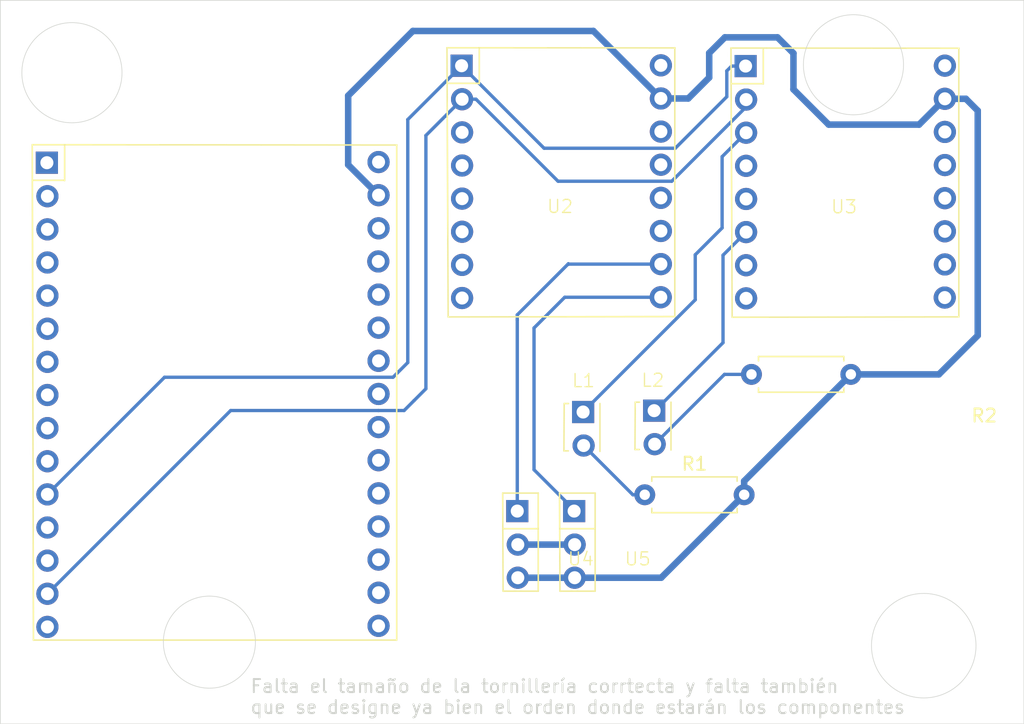
<source format=kicad_pcb>
(kicad_pcb (version 20241229) (generator "pcbnew") (generator_version "9.0")
  (layers (0 "F.Cu" signal) (2 "B.Cu" signal) (13 "F.Paste" user) (15 "B.Paste" user) (5 "F.SilkS" user "F.Silkscreen") (7 "B.SilkS" user "B.Silkscreen") (1 "F.Mask" user) (3 "B.Mask" user) (25 "Edge.Cuts" user))
  (net 0 "")
  (net 1 "Net-(L1-L+)")
  (net 2 "Net-(L1-L-)")
  (net 3 "Net-(L2-L+)")
  (net 9 "Net-(U1-D21)")
  (net 29 "Net-(U1-D22)")
  (net 35 "Net-(U2-1)")
  (net 43 "Net-(U2-0)")
  (net 55 "Net-(U4-R)")
  (net 58 "Net-(L2-L-)")
  (net 59 "Net-(U2-GND)")
  (footprint "RobotFight:Mini ESP32" (layer "F.Cu") (at 64.495 37.295)
    (property "Reference" "U2" (at 0.42 3.01 0) (layer "F.SilkS") (effects (font (thickness 0.1))))
    (property "Value" "Mini ESP32")
    (fp_line (start -8.25 -9.16) (end -8.16 11.48) (stroke (width 0.12)) (layer "F.SilkS"))
    (fp_line (start -8.25 -9.16) (end -5.53 -9.16) (stroke (width 0.12)) (layer "F.SilkS"))
    (fp_line (start -8.23 -6.43) (end -5.82 -6.43) (stroke (width 0.12)) (layer "F.SilkS"))
    (fp_line (start -8.16 11.48) (end 9.22 11.45) (stroke (width 0.12)) (layer "F.SilkS"))
    (fp_line (start -5.77 -6.405) (end -5.77 -9.055) (stroke (width 0.12)) (layer "F.SilkS"))
    (fp_line (start -5.53 -9.16) (end 9.229808 -9.145381) (stroke (width 0.12)) (layer "F.SilkS"))
    (fp_line (start 9.219815 -9.155358) (end 9.22 11.45) (stroke (width 0.12)) (layer "F.SilkS"))
    (pad "1" thru_hole rect (at -7.13 -7.78) (size 1.7 1.7) (drill 1) (layers "*.Cu" "*.Mask") (net 9 "Net-(U1-D21)"))
    (pad "2" thru_hole circle (at -7.09 -5.21) (size 1.7 1.7) (drill 1) (layers "*.Cu" "*.Mask") (net 29 "Net-(U1-D22)"))
    (pad "3" thru_hole circle (at -7.09 -2.67) (size 1.7 1.7) (drill 1) (layers "*.Cu" "*.Mask"))
    (pad "4" thru_hole circle (at -7.09 -0.13) (size 1.7 1.7) (drill 1) (layers "*.Cu" "*.Mask"))
    (pad "5" thru_hole circle (at -7.09 2.41) (size 1.7 1.7) (drill 1) (layers "*.Cu" "*.Mask"))
    (pad "6" thru_hole circle (at -7.09 4.95) (size 1.7 1.7) (drill 1) (layers "*.Cu" "*.Mask"))
    (pad "7" thru_hole circle (at -7.09 7.49) (size 1.7 1.7) (drill 1) (layers "*.Cu" "*.Mask"))
    (pad "8" thru_hole circle (at -7.09 10.03) (size 1.7 1.7) (drill 1) (layers "*.Cu" "*.Mask"))
    (pad "9" thru_hole circle (at 8.15 -7.81) (size 1.7 1.7) (drill 1) (layers "*.Cu" "*.Mask"))
    (pad "10" thru_hole circle (at 8.15 -5.27) (size 1.7 1.7) (drill 1) (layers "*.Cu" "*.Mask") (net 59 "Net-(U2-GND)"))
    (pad "11" thru_hole circle (at 8.15 -2.73) (size 1.7 1.7) (drill 1) (layers "*.Cu" "*.Mask"))
    (pad "12" thru_hole circle (at 8.15 -0.19) (size 1.7 1.7) (drill 1) (layers "*.Cu" "*.Mask"))
    (pad "13" thru_hole circle (at 8.15 2.35) (size 1.7 1.7) (drill 1) (layers "*.Cu" "*.Mask"))
    (pad "14" thru_hole circle (at 8.15 4.89) (size 1.7 1.7) (drill 1) (layers "*.Cu" "*.Mask"))
    (pad "15" thru_hole circle (at 8.15 7.43) (size 1.7 1.7) (drill 1) (layers "*.Cu" "*.Mask") (net 35 "Net-(U2-1)"))
    (pad "16" thru_hole circle (at 8.14 9.97) (size 1.7 1.7) (drill 1) (layers "*.Cu" "*.Mask") (net 43 "Net-(U2-0)"))
  )
  (footprint "RobotFight:3Foots" (layer "F.Cu") (at 62.55 66.42)
    (property "Reference" "U4" (at 3.96 0.91 0) (layer "F.SilkS") (effects (font (thickness 0.1))))
    (property "Value" "3Foots")
    (fp_line (start -2.035 -4.14) (end -2.002209 3.380069) (stroke (width 0.12)) (layer "F.SilkS"))
    (fp_line (start -2.035 -4.14) (end 0.685 -4.14) (stroke (width 0.12)) (layer "F.SilkS"))
    (fp_line (start -2.015 -1.41) (end 0.69 -1.41) (stroke (width 0.12)) (layer "F.SilkS"))
    (fp_line (start -2.002209 3.38) (end 0.695185 3.38) (stroke (width 0.12)) (layer "F.SilkS"))
    (fp_line (start 0.685 -4.14) (end 0.695 -4.14) (stroke (width 0.12)) (layer "F.SilkS"))
    (fp_line (start 0.695 -4.14) (end 0.695185 3.38) (stroke (width 0.12)) (layer "F.SilkS"))
    (pad "1" thru_hole rect (at -0.915 -2.76) (size 1.7 1.7) (drill 1) (layers "*.Cu" "*.Mask") (net 35 "Net-(U2-1)"))
    (pad "2" thru_hole circle (at -0.875 -0.19) (size 1.7 1.7) (drill 1) (layers "*.Cu" "*.Mask") (net 55 "Net-(U4-R)"))
    (pad "3" thru_hole circle (at -0.875 2.35) (size 1.7 1.7) (drill 1) (layers "*.Cu" "*.Mask") (net 59 "Net-(U2-GND)"))
  )
  (footprint "RobotFight:ESP32" (layer "F.Cu") (at 34.05 56.69)
    (property "Reference" "U1" (hide yes))
    (property "Value" "ESP32" (hide yes))
    (fp_line (start -9.6 -21.12) (end -9.51 16.86) (stroke (width 0.12)) (layer "F.SilkS"))
    (fp_line (start -9.6 -21.12) (end -6.88 -21.12) (stroke (width 0.12)) (layer "F.SilkS"))
    (fp_line (start -9.58 -18.39) (end -7.17 -18.39) (stroke (width 0.12)) (layer "F.SilkS"))
    (fp_line (start -9.51 16.86) (end 18.34 16.86) (stroke (width 0.12)) (layer "F.SilkS"))
    (fp_line (start -7.12 -18.365) (end -7.12 -21.015) (stroke (width 0.12)) (layer "F.SilkS"))
    (fp_line (start -6.88 -21.12) (end 18.36 -21.095) (stroke (width 0.12)) (layer "F.SilkS"))
    (fp_line (start 18.339808 -21.09502) (end 18.34 16.86) (stroke (width 0.12)) (layer "F.SilkS"))
    (pad "1" thru_hole rect (at -8.48 -19.74) (size 1.7 1.7) (drill 1) (layers "*.Cu" "*.Mask"))
    (pad "2" thru_hole circle (at -8.44 -17.17) (size 1.7 1.7) (drill 1) (layers "*.Cu" "*.Mask"))
    (pad "3" thru_hole circle (at -8.44 -14.63) (size 1.7 1.7) (drill 1) (layers "*.Cu" "*.Mask"))
    (pad "4" thru_hole circle (at -8.44 -12.09) (size 1.7 1.7) (drill 1) (layers "*.Cu" "*.Mask"))
    (pad "5" thru_hole circle (at -8.44 -9.55) (size 1.7 1.7) (drill 1) (layers "*.Cu" "*.Mask"))
    (pad "6" thru_hole circle (at -8.44 -7.01) (size 1.7 1.7) (drill 1) (layers "*.Cu" "*.Mask"))
    (pad "7" thru_hole circle (at -8.44 -4.47) (size 1.7 1.7) (drill 1) (layers "*.Cu" "*.Mask"))
    (pad "8" thru_hole circle (at -8.44 -1.93) (size 1.7 1.7) (drill 1) (layers "*.Cu" "*.Mask"))
    (pad "9" thru_hole circle (at -8.44 0.61) (size 1.7 1.7) (drill 1) (layers "*.Cu" "*.Mask"))
    (pad "10" thru_hole circle (at -8.44 3.15) (size 1.7 1.7) (drill 1) (layers "*.Cu" "*.Mask"))
    (pad "11" thru_hole circle (at -8.44 5.69) (size 1.7 1.7) (drill 1) (layers "*.Cu" "*.Mask") (net 9 "Net-(U1-D21)"))
    (pad "12" thru_hole circle (at -8.44 8.23) (size 1.7 1.7) (drill 1) (layers "*.Cu" "*.Mask"))
    (pad "13" thru_hole circle (at -8.44 10.77) (size 1.7 1.7) (drill 1) (layers "*.Cu" "*.Mask"))
    (pad "14" thru_hole circle (at -8.44 13.31) (size 1.7 1.7) (drill 1) (layers "*.Cu" "*.Mask") (net 29 "Net-(U1-D22)"))
    (pad "15" thru_hole circle (at -8.44 15.85) (size 1.7 1.7) (drill 1) (layers "*.Cu" "*.Mask"))
    (pad "16" thru_hole circle (at 16.95 -19.79) (size 1.7 1.7) (drill 1) (layers "*.Cu" "*.Mask"))
    (pad "17" thru_hole circle (at 16.95 -17.25) (size 1.7 1.7) (drill 1) (layers "*.Cu" "*.Mask") (net 59 "Net-(U2-GND)"))
    (pad "18" thru_hole circle (at 16.95 -14.71) (size 1.7 1.7) (drill 1) (layers "*.Cu" "*.Mask"))
    (pad "19" thru_hole circle (at 16.93 -12.17) (size 1.7 1.7) (drill 1) (layers "*.Cu" "*.Mask"))
    (pad "20" thru_hole circle (at 16.95 -9.63) (size 1.7 1.7) (drill 1) (layers "*.Cu" "*.Mask"))
    (pad "21" thru_hole circle (at 16.95 -7.09) (size 1.7 1.7) (drill 1) (layers "*.Cu" "*.Mask"))
    (pad "22" thru_hole circle (at 16.95 -4.55) (size 1.7 1.7) (drill 1) (layers "*.Cu" "*.Mask"))
    (pad "23" thru_hole circle (at 16.95 -2.01) (size 1.7 1.7) (drill 1) (layers "*.Cu" "*.Mask"))
    (pad "24" thru_hole circle (at 16.95 0.53) (size 1.7 1.7) (drill 1) (layers "*.Cu" "*.Mask"))
    (pad "25" thru_hole circle (at 16.95 3.07) (size 1.7 1.7) (drill 1) (layers "*.Cu" "*.Mask"))
    (pad "26" thru_hole circle (at 16.95 5.61) (size 1.7 1.7) (drill 1) (layers "*.Cu" "*.Mask"))
    (pad "27" thru_hole circle (at 16.95 8.15) (size 1.7 1.7) (drill 1) (layers "*.Cu" "*.Mask"))
    (pad "28" thru_hole circle (at 16.95 10.69) (size 1.7 1.7) (drill 1) (layers "*.Cu" "*.Mask"))
    (pad "29" thru_hole circle (at 16.95 13.23) (size 1.7 1.7) (drill 1) (layers "*.Cu" "*.Mask"))
    (pad "30" thru_hole circle (at 16.95 15.77) (size 1.7 1.7) (drill 1) (layers "*.Cu" "*.Mask"))
  )
  (footprint "RobotFight:Leds" (layer "F.Cu") (at 69.8225 57.315 -90)
    (property "Reference" "L1" (at -3.655 3.1125 0) (layer "F.SilkS") (effects (font (thickness 0.1))))
    (property "Value" "~")
    (fp_line (start 1.73 4.605) (end 1.73 4.275) (stroke (width 0.12)) (layer "F.SilkS"))
    (fp_line (start -1.9 4.59) (end 1.73 4.611416) (stroke (width 0.12)) (layer "F.SilkS"))
    (fp_line (start -1.9 4.26) (end -1.9 4.59) (stroke (width 0.12)) (layer "F.SilkS"))
    (fp_line (start -1.9 1.85) (end 1.77 1.85) (stroke (width 0.12)) (layer "F.SilkS"))
    (pad "1" thru_hole rect (at -1.25 3.14) (size 1.7 1.7) (drill 1) (layers "*.Cu" "*.Mask") (net 1 "Net-(L1-L+)"))
    (pad "2" thru_hole circle (at 1.32 3.1) (size 1.7 1.7) (drill 1) (layers "*.Cu" "*.Mask") (net 2 "Net-(L1-L-)"))
  )
  (footprint "RobotFight:Leds" (layer "F.Cu") (at 75.27 57.21 -90)
    (property "Reference" "L2" (at -3.58 3.24 0) (layer "F.SilkS") (effects (font (thickness 0.1))))
    (property "Value" "~")
    (fp_line (start 1.73 4.605) (end 1.73 4.275) (stroke (width 0.12)) (layer "F.SilkS"))
    (fp_line (start -1.9 4.59) (end 1.73 4.611416) (stroke (width 0.12)) (layer "F.SilkS"))
    (fp_line (start -1.9 4.26) (end -1.9 4.59) (stroke (width 0.12)) (layer "F.SilkS"))
    (fp_line (start -1.9 1.85) (end 1.77 1.85) (stroke (width 0.12)) (layer "F.SilkS"))
    (pad "1" thru_hole rect (at -1.25 3.14) (size 1.7 1.7) (drill 1) (layers "*.Cu" "*.Mask") (net 3 "Net-(L2-L+)"))
    (pad "2" thru_hole circle (at 1.32 3.1) (size 1.7 1.7) (drill 1) (layers "*.Cu" "*.Mask") (net 58 "Net-(L2-L-)"))
  )
  (footprint "Resistor_THT:R_Axial_DIN0207_L6.3mm_D2.5mm_P7.62mm_Horizontal" (layer "F.Cu") (at 79.59 53.18)
    (property "Reference" "R2" (at 17.85 3.16 0) (layer "F.SilkS"))
    (property "Value" "R220")
    (fp_line (start 0.54 -1.37) (end 7.08 -1.37) (stroke (width 0.12)) (layer "F.SilkS"))
    (fp_line (start 0.54 -1.04) (end 0.54 -1.37) (stroke (width 0.12)) (layer "F.SilkS"))
    (fp_line (start 0.54 1.04) (end 0.54 1.37) (stroke (width 0.12)) (layer "F.SilkS"))
    (fp_line (start 0.54 1.37) (end 7.08 1.37) (stroke (width 0.12)) (layer "F.SilkS"))
    (fp_line (start 7.08 -1.37) (end 7.08 -1.04) (stroke (width 0.12)) (layer "F.SilkS"))
    (fp_line (start 7.08 1.37) (end 7.08 1.04) (stroke (width 0.12)) (layer "F.SilkS"))
    (pad "1" thru_hole circle (at 0 0) (size 1.6 1.6) (drill 0.8) (layers "*.Cu" "*.Mask") (net 58 "Net-(L2-L-)"))
    (pad "2" thru_hole circle (at 7.62 0) (size 1.6 1.6) (drill 0.8) (layers "*.Cu" "*.Mask") (net 59 "Net-(U2-GND)"))
  )
  (footprint "RobotFight:3Foots" (layer "F.Cu") (at 66.91 66.42)
    (property "Reference" "U5" (at 3.96 0.91 0) (layer "F.SilkS") (effects (font (thickness 0.1))))
    (property "Value" "3Foots")
    (fp_line (start -2.035 -4.14) (end -2.002209 3.380069) (stroke (width 0.12)) (layer "F.SilkS"))
    (fp_line (start -2.035 -4.14) (end 0.685 -4.14) (stroke (width 0.12)) (layer "F.SilkS"))
    (fp_line (start -2.015 -1.41) (end 0.69 -1.41) (stroke (width 0.12)) (layer "F.SilkS"))
    (fp_line (start -2.002209 3.38) (end 0.695185 3.38) (stroke (width 0.12)) (layer "F.SilkS"))
    (fp_line (start 0.685 -4.14) (end 0.695 -4.14) (stroke (width 0.12)) (layer "F.SilkS"))
    (fp_line (start 0.695 -4.14) (end 0.695185 3.38) (stroke (width 0.12)) (layer "F.SilkS"))
    (pad "1" thru_hole rect (at -0.915 -2.76) (size 1.7 1.7) (drill 1) (layers "*.Cu" "*.Mask") (net 43 "Net-(U2-0)"))
    (pad "2" thru_hole circle (at -0.875 -0.19) (size 1.7 1.7) (drill 1) (layers "*.Cu" "*.Mask") (net 55 "Net-(U4-R)"))
    (pad "3" thru_hole circle (at -0.875 2.35) (size 1.7 1.7) (drill 1) (layers "*.Cu" "*.Mask") (net 59 "Net-(U2-GND)"))
  )
  (footprint "RobotFight:Mini ESP32" (layer "F.Cu") (at 86.27 37.32)
    (property "Reference" "U3" (at 0.42 3.01 0) (layer "F.SilkS") (effects (font (thickness 0.1))))
    (property "Value" "Mini ESP32")
    (fp_line (start -8.25 -9.16) (end -8.16 11.48) (stroke (width 0.12)) (layer "F.SilkS"))
    (fp_line (start -8.25 -9.16) (end -5.53 -9.16) (stroke (width 0.12)) (layer "F.SilkS"))
    (fp_line (start -8.23 -6.43) (end -5.82 -6.43) (stroke (width 0.12)) (layer "F.SilkS"))
    (fp_line (start -8.16 11.48) (end 9.22 11.45) (stroke (width 0.12)) (layer "F.SilkS"))
    (fp_line (start -5.77 -6.405) (end -5.77 -9.055) (stroke (width 0.12)) (layer "F.SilkS"))
    (fp_line (start -5.53 -9.16) (end 9.229808 -9.145381) (stroke (width 0.12)) (layer "F.SilkS"))
    (fp_line (start 9.219815 -9.155358) (end 9.22 11.45) (stroke (width 0.12)) (layer "F.SilkS"))
    (pad "1" thru_hole rect (at -7.13 -7.78) (size 1.7 1.7) (drill 1) (layers "*.Cu" "*.Mask") (net 9 "Net-(U1-D21)"))
    (pad "2" thru_hole circle (at -7.09 -5.21) (size 1.7 1.7) (drill 1) (layers "*.Cu" "*.Mask") (net 29 "Net-(U1-D22)"))
    (pad "3" thru_hole circle (at -7.09 -2.67) (size 1.7 1.7) (drill 1) (layers "*.Cu" "*.Mask") (net 1 "Net-(L1-L+)"))
    (pad "4" thru_hole circle (at -7.09 -0.13) (size 1.7 1.7) (drill 1) (layers "*.Cu" "*.Mask"))
    (pad "5" thru_hole circle (at -7.09 2.41) (size 1.7 1.7) (drill 1) (layers "*.Cu" "*.Mask"))
    (pad "6" thru_hole circle (at -7.09 4.95) (size 1.7 1.7) (drill 1) (layers "*.Cu" "*.Mask") (net 3 "Net-(L2-L+)"))
    (pad "7" thru_hole circle (at -7.09 7.49) (size 1.7 1.7) (drill 1) (layers "*.Cu" "*.Mask"))
    (pad "8" thru_hole circle (at -7.09 10.03) (size 1.7 1.7) (drill 1) (layers "*.Cu" "*.Mask"))
    (pad "9" thru_hole circle (at 8.15 -7.81) (size 1.7 1.7) (drill 1) (layers "*.Cu" "*.Mask"))
    (pad "10" thru_hole circle (at 8.15 -5.27) (size 1.7 1.7) (drill 1) (layers "*.Cu" "*.Mask") (net 59 "Net-(U2-GND)"))
    (pad "11" thru_hole circle (at 8.15 -2.73) (size 1.7 1.7) (drill 1) (layers "*.Cu" "*.Mask"))
    (pad "12" thru_hole circle (at 8.15 -0.19) (size 1.7 1.7) (drill 1) (layers "*.Cu" "*.Mask"))
    (pad "13" thru_hole circle (at 8.15 2.35) (size 1.7 1.7) (drill 1) (layers "*.Cu" "*.Mask"))
    (pad "14" thru_hole circle (at 8.15 4.89) (size 1.7 1.7) (drill 1) (layers "*.Cu" "*.Mask"))
    (pad "15" thru_hole circle (at 8.15 7.43) (size 1.7 1.7) (drill 1) (layers "*.Cu" "*.Mask"))
    (pad "16" thru_hole circle (at 8.14 9.97) (size 1.7 1.7) (drill 1) (layers "*.Cu" "*.Mask"))
  )
  (footprint "Resistor_THT:R_Axial_DIN0207_L6.3mm_D2.5mm_P7.62mm_Horizontal" (layer "F.Cu") (at 71.41 62.41)
    (property "Reference" "R1" (at 3.81 -2.37 0) (layer "F.SilkS"))
    (property "Value" "R220")
    (fp_line (start 0.54 -1.37) (end 7.08 -1.37) (stroke (width 0.12)) (layer "F.SilkS"))
    (fp_line (start 0.54 -1.04) (end 0.54 -1.37) (stroke (width 0.12)) (layer "F.SilkS"))
    (fp_line (start 0.54 1.04) (end 0.54 1.37) (stroke (width 0.12)) (layer "F.SilkS"))
    (fp_line (start 0.54 1.37) (end 7.08 1.37) (stroke (width 0.12)) (layer "F.SilkS"))
    (fp_line (start 7.08 -1.37) (end 7.08 -1.04) (stroke (width 0.12)) (layer "F.SilkS"))
    (fp_line (start 7.08 1.37) (end 7.08 1.04) (stroke (width 0.12)) (layer "F.SilkS"))
    (pad "1" thru_hole circle (at 0 0) (size 1.6 1.6) (drill 0.8) (layers "*.Cu" "*.Mask") (net 2 "Net-(L1-L-)"))
    (pad "2" thru_hole circle (at 7.62 0) (size 1.6 1.6) (drill 0.8) (layers "*.Cu" "*.Mask") (net 59 "Net-(U2-GND)"))
  )
  (gr_circle (center 38.03 73.71) (end 41.15 72.06) (stroke (width 0.05)) (fill no) (layer "Edge.Cuts"))
  (gr_circle (center 27.49 30.05) (end 28.48 26.34) (stroke (width 0.05)) (fill no) (layer "Edge.Cuts"))
  (gr_rect (start 22 24.5) (end 100.48 79.97) (stroke (width 0.05)) (fill no) (layer "Edge.Cuts"))
  (gr_circle (center 87.411967 29.44) (end 91.091967 28.35) (stroke (width 0.05)) (fill no) (layer "Edge.Cuts"))
  (gr_circle (center 92.8 73.98) (end 96.8 74.21) (stroke (width 0.05)) (fill no) (layer "Edge.Cuts"))
  (gr_text "Falta el tamaño de la tornillería corrtecta y falta también \nque se designe ya bien el orden donde estarán los componentes\n" (at 41.1 79.28 0) (layer "Edge.Cuts") (effects (font (size 1 1)) (justify left bottom)))
  (segment (start 75.28 44.01) (end 77.34 41.95) (width 0.254) (layer "B.Cu") (net 1))
  (segment (start 75.28 47.46) (end 66.6825 56.0575) (width 0.254) (layer "B.Cu") (net 1))
  (segment (start 75.28 44.01) (end 75.28 47.46) (width 0.254) (layer "B.Cu") (net 1))
  (segment (start 77.34 41.95) (end 77.34 36.49) (width 0.254) (layer "B.Cu") (net 1))
  (segment (start 66.6825 56.0575) (end 66.6825 56.065) (width 0.254) (layer "B.Cu") (net 1))
  (segment (start 77.34 36.49) (end 79.18 34.65) (width 0.254) (layer "B.Cu") (net 1))
  (segment (start 66.7225 58.635) (end 70.4975 62.41) (width 0.254) (layer "B.Cu") (net 2))
  (segment (start 70.4975 62.41) (end 71.41 62.41) (width 0.254) (layer "B.Cu") (net 2))
  (segment (start 77.41 50.75) (end 72.2 55.96) (width 0.254) (layer "B.Cu") (net 3))
  (segment (start 79.18 42.27) (end 77.41 44.04) (width 0.254) (layer "B.Cu") (net 3))
  (segment (start 72.2 55.96) (end 72.13 55.96) (width 0.254) (layer "B.Cu") (net 3))
  (segment (start 77.41 44.04) (end 77.41 50.75) (width 0.254) (layer "B.Cu") (net 3))
  (segment (start 77.7 29.91) (end 77.7 31.89) (width 0.254) (layer "B.Cu") (net 9))
  (segment (start 77.7 31.89) (end 73.75 35.84) (width 0.254) (layer "B.Cu") (net 9))
  (segment (start 63.69 35.84) (end 57.365 29.515) (width 0.254) (layer "B.Cu") (net 9))
  (segment (start 53.24 33.64) (end 57.365 29.515) (width 0.254) (layer "B.Cu") (net 9))
  (segment (start 52.11 53.4) (end 53.24 52.27) (width 0.254) (layer "B.Cu") (net 9))
  (segment (start 79.14 29.54) (end 78.07 29.54) (width 0.254) (layer "B.Cu") (net 9))
  (segment (start 53.24 52.27) (end 53.24 33.64) (width 0.254) (layer "B.Cu") (net 9))
  (segment (start 34.59 53.4) (end 52.11 53.4) (width 0.254) (layer "B.Cu") (net 9))
  (segment (start 78.07 29.54) (end 77.7 29.91) (width 0.254) (layer "B.Cu") (net 9))
  (segment (start 73.75 35.84) (end 63.69 35.84) (width 0.254) (layer "B.Cu") (net 9))
  (segment (start 25.61 62.38) (end 34.59 53.4) (width 0.254) (layer "B.Cu") (net 9))
  (segment (start 79.18 32.11) (end 79.18 32.67) (width 0.254) (layer "B.Cu") (net 29))
  (segment (start 50.99 55.95) (end 52.96 55.95) (width 0.254) (layer "B.Cu") (net 29))
  (segment (start 25.61 70) (end 39.66 55.95) (width 0.254) (layer "B.Cu") (net 29))
  (segment (start 53.72 55.19) (end 54.63 54.28) (width 0.254) (layer "B.Cu") (net 29))
  (segment (start 54.63 54.28) (end 54.63 34.86) (width 0.254) (layer "B.Cu") (net 29))
  (segment (start 58.47 32.08) (end 64.76 38.37) (width 0.254) (layer "B.Cu") (net 29))
  (segment (start 57.405 32.085) (end 54.63 34.86) (width 0.254) (layer "B.Cu") (net 29))
  (segment (start 57.41 32.08) (end 58.47 32.08) (width 0.254) (layer "B.Cu") (net 29))
  (segment (start 52.96 55.95) (end 53.72 55.19) (width 0.254) (layer "B.Cu") (net 29))
  (segment (start 57.405 32.085) (end 57.41 32.08) (width 0.254) (layer "B.Cu") (net 29))
  (segment (start 39.66 55.95) (end 50.99 55.95) (width 0.254) (layer "B.Cu") (net 29))
  (segment (start 79.18 32.67) (end 73.48 38.37) (width 0.254) (layer "B.Cu") (net 29))
  (segment (start 64.76 38.37) (end 73.48 38.37) (width 0.254) (layer "B.Cu") (net 29))
  (segment (start 65.55 44.7) (end 61.635 48.615) (width 0.254) (layer "B.Cu") (net 35))
  (segment (start 61.635 48.615) (end 61.635 48.995) (width 0.254) (layer "B.Cu") (net 35))
  (segment (start 61.635 63.66) (end 61.635 48.995) (width 0.254) (layer "B.Cu") (net 35))
  (segment (start 72.645 44.725) (end 65.575 44.725) (width 0.254) (layer "B.Cu") (net 35))
  (segment (start 65.575 44.725) (end 65.55 44.7) (width 0.254) (layer "B.Cu") (net 35))
  (segment (start 65.995 63.565) (end 65.995 63.66) (width 0.254) (layer "B.Cu") (net 43))
  (segment (start 62.92 60.49) (end 65.995 63.565) (width 0.254) (layer "B.Cu") (net 43))
  (segment (start 72.635 47.265) (end 65.275 47.265) (width 0.254) (layer "B.Cu") (net 43))
  (segment (start 65.275 47.265) (end 62.92 49.62) (width 0.254) (layer "B.Cu") (net 43))
  (segment (start 62.92 49.62) (end 62.92 60.49) (width 0.254) (layer "B.Cu") (net 43))
  (segment (start 61.675 66.23) (end 66.035 66.23) (width 0.5) (layer "B.Cu") (net 55))
  (segment (start 77.52 53.18) (end 72.17 58.53) (width 0.254) (layer "B.Cu") (net 58))
  (segment (start 79.59 53.18) (end 77.52 53.18) (width 0.254) (layer "B.Cu") (net 58))
  (segment (start 79.03 61.36) (end 79.03 62.41) (width 0.5) (layer "B.Cu") (net 59))
  (segment (start 74.745 32.025) (end 76.35 30.42) (width 0.5) (layer "B.Cu") (net 59))
  (segment (start 51 39.44) (end 48.67 37.11) (width 0.5) (layer "B.Cu") (net 59))
  (segment (start 81.59 27.34) (end 82.81 28.56) (width 0.5) (layer "B.Cu") (net 59))
  (segment (start 93.96 53.18) (end 96.94 50.2) (width 0.5) (layer "B.Cu") (net 59))
  (segment (start 82.81 31.327906) (end 85.511127 34.029033) (width 0.5) (layer "B.Cu") (net 59))
  (segment (start 85.511127 34.029033) (end 92.440967 34.029033) (width 0.5) (layer "B.Cu") (net 59))
  (segment (start 96.94 32.96) (end 96.94 50.2) (width 0.5) (layer "B.Cu") (net 59))
  (segment (start 82.81 28.56) (end 82.81 31.327906) (width 0.5) (layer "B.Cu") (net 59))
  (segment (start 66.035 68.77) (end 72.67 68.77) (width 0.5) (layer "B.Cu") (net 59))
  (segment (start 87.21 53.18) (end 79.03 61.36) (width 0.5) (layer "B.Cu") (net 59))
  (segment (start 67.47 26.85) (end 72.645 32.025) (width 0.5) (layer "B.Cu") (net 59))
  (segment (start 77.55 27.34) (end 81.59 27.34) (width 0.5) (layer "B.Cu") (net 59))
  (segment (start 53.63 26.85) (end 67.47 26.85) (width 0.5) (layer "B.Cu") (net 59))
  (segment (start 76.35 28.54) (end 77.55 27.34) (width 0.5) (layer "B.Cu") (net 59))
  (segment (start 48.67 31.81) (end 53.63 26.85) (width 0.5) (layer "B.Cu") (net 59))
  (segment (start 76.35 30.42) (end 76.35 28.54) (width 0.5) (layer "B.Cu") (net 59))
  (segment (start 94.42 32.05) (end 96.03 32.05) (width 0.5) (layer "B.Cu") (net 59))
  (segment (start 72.67 68.77) (end 79.03 62.41) (width 0.5) (layer "B.Cu") (net 59))
  (segment (start 66.035 68.77) (end 61.675 68.77) (width 0.5) (layer "B.Cu") (net 59))
  (segment (start 92.440967 34.029033) (end 94.42 32.05) (width 0.5) (layer "B.Cu") (net 59))
  (segment (start 96.03 32.05) (end 96.94 32.96) (width 0.5) (layer "B.Cu") (net 59))
  (segment (start 48.67 37.11) (end 48.67 31.81) (width 0.5) (layer "B.Cu") (net 59))
  (segment (start 87.21 53.18) (end 93.96 53.18) (width 0.5) (layer "B.Cu") (net 59))
  (segment (start 72.645 32.025) (end 74.745 32.025) (width 0.5) (layer "B.Cu") (net 59))
)
</source>
